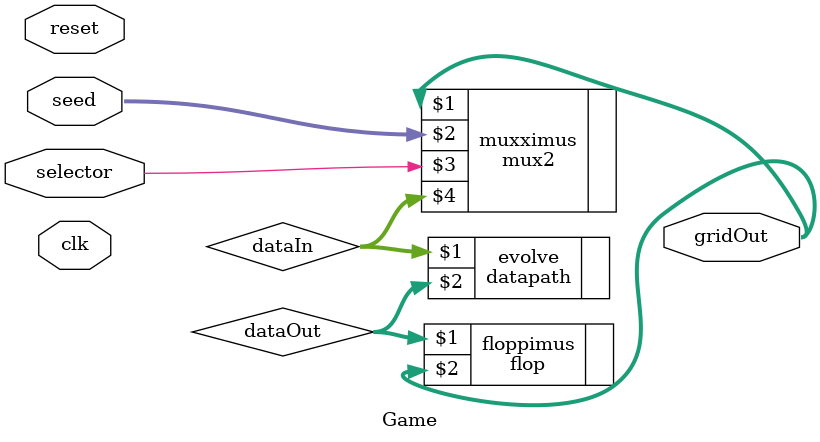
<source format=sv>
module Game(clk, reset, selector, seed, gridOut);

input logic clk;
input logic reset;
input logic selector;
input logic [63:0] seed;
output logic [63:0] gridOut;

logic [63:0] dataIn;
logic [63:0] dataOut;

datapath evolve (dataIn, dataOut);

mux2 #(64) muxximus (gridOut, seed, selector, dataIn);

flop #(64) floppimus (dataOut, gridOut);

endmodule


</source>
